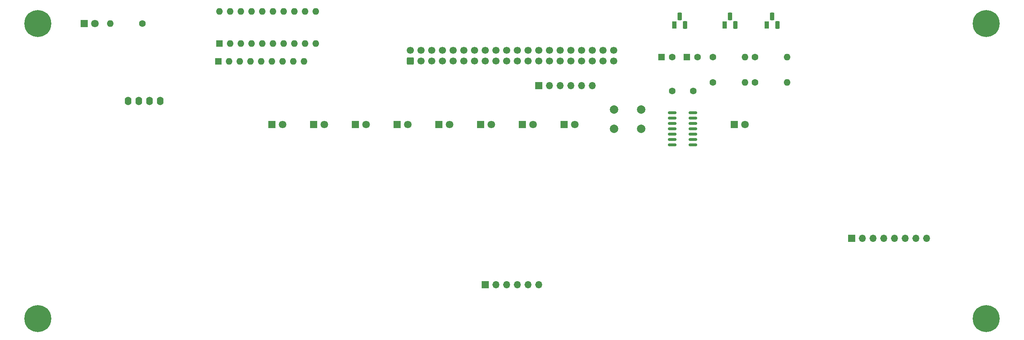
<source format=gbr>
%TF.GenerationSoftware,KiCad,Pcbnew,(6.0.11)*%
%TF.CreationDate,2023-11-10T06:43:16-05:00*%
%TF.ProjectId,front-panel.processor,66726f6e-742d-4706-916e-656c2e70726f,rev?*%
%TF.SameCoordinates,Original*%
%TF.FileFunction,Soldermask,Top*%
%TF.FilePolarity,Negative*%
%FSLAX46Y46*%
G04 Gerber Fmt 4.6, Leading zero omitted, Abs format (unit mm)*
G04 Created by KiCad (PCBNEW (6.0.11)) date 2023-11-10 06:43:16*
%MOMM*%
%LPD*%
G01*
G04 APERTURE LIST*
G04 Aperture macros list*
%AMRoundRect*
0 Rectangle with rounded corners*
0 $1 Rounding radius*
0 $2 $3 $4 $5 $6 $7 $8 $9 X,Y pos of 4 corners*
0 Add a 4 corners polygon primitive as box body*
4,1,4,$2,$3,$4,$5,$6,$7,$8,$9,$2,$3,0*
0 Add four circle primitives for the rounded corners*
1,1,$1+$1,$2,$3*
1,1,$1+$1,$4,$5*
1,1,$1+$1,$6,$7*
1,1,$1+$1,$8,$9*
0 Add four rect primitives between the rounded corners*
20,1,$1+$1,$2,$3,$4,$5,0*
20,1,$1+$1,$4,$5,$6,$7,0*
20,1,$1+$1,$6,$7,$8,$9,0*
20,1,$1+$1,$8,$9,$2,$3,0*%
G04 Aperture macros list end*
%ADD10RoundRect,0.250000X0.600000X-0.600000X0.600000X0.600000X-0.600000X0.600000X-0.600000X-0.600000X0*%
%ADD11C,1.700000*%
%ADD12R,1.700000X1.700000*%
%ADD13O,1.700000X1.700000*%
%ADD14C,6.400000*%
%ADD15R,1.800000X1.800000*%
%ADD16C,1.800000*%
%ADD17C,1.600000*%
%ADD18O,1.600000X1.600000*%
%ADD19C,2.000000*%
%ADD20R,1.600000X1.600000*%
%ADD21R,1.100000X1.800000*%
%ADD22RoundRect,0.275000X-0.275000X-0.625000X0.275000X-0.625000X0.275000X0.625000X-0.275000X0.625000X0*%
%ADD23O,1.600000X2.000000*%
%ADD24RoundRect,0.150000X-0.825000X-0.150000X0.825000X-0.150000X0.825000X0.150000X-0.825000X0.150000X0*%
G04 APERTURE END LIST*
D10*
%TO.C,J1*%
X128370000Y-163947500D03*
D11*
X128370000Y-161407500D03*
X130910000Y-163947500D03*
X130910000Y-161407500D03*
X133450000Y-163947500D03*
X133450000Y-161407500D03*
X135990000Y-163947500D03*
X135990000Y-161407500D03*
X138530000Y-163947500D03*
X138530000Y-161407500D03*
X141070000Y-163947500D03*
X141070000Y-161407500D03*
X143610000Y-163947500D03*
X143610000Y-161407500D03*
X146150000Y-163947500D03*
X146150000Y-161407500D03*
X148690000Y-163947500D03*
X148690000Y-161407500D03*
X151230000Y-163947500D03*
X151230000Y-161407500D03*
X153770000Y-163947500D03*
X153770000Y-161407500D03*
X156310000Y-163947500D03*
X156310000Y-161407500D03*
X158850000Y-163947500D03*
X158850000Y-161407500D03*
X161390000Y-163947500D03*
X161390000Y-161407500D03*
X163930000Y-163947500D03*
X163930000Y-161407500D03*
X166470000Y-163947500D03*
X166470000Y-161407500D03*
X169010000Y-163947500D03*
X169010000Y-161407500D03*
X171550000Y-163947500D03*
X171550000Y-161407500D03*
X174090000Y-163947500D03*
X174090000Y-161407500D03*
X176630000Y-163947500D03*
X176630000Y-161407500D03*
%TD*%
D12*
%TO.C,J2*%
X146150000Y-217000000D03*
D13*
X148690000Y-217000000D03*
X151230000Y-217000000D03*
X153770000Y-217000000D03*
X156310000Y-217000000D03*
X158850000Y-217000000D03*
%TD*%
D14*
%TO.C,H1*%
X40000000Y-155000000D03*
%TD*%
%TO.C,H2*%
X265000000Y-155000000D03*
%TD*%
%TO.C,H3*%
X265000000Y-225000000D03*
%TD*%
%TO.C,H4*%
X40000000Y-225000000D03*
%TD*%
D15*
%TO.C,D5*%
X51000000Y-155000000D03*
D16*
X53540000Y-155000000D03*
%TD*%
D17*
%TO.C,R6*%
X64810000Y-155000000D03*
D18*
X57190000Y-155000000D03*
%TD*%
D17*
%TO.C,R3*%
X200190000Y-169000000D03*
D18*
X207810000Y-169000000D03*
%TD*%
D15*
%TO.C,D4*%
X135171000Y-179000000D03*
D16*
X137711000Y-179000000D03*
%TD*%
D19*
%TO.C,SW9*%
X176690000Y-175460000D03*
X183190000Y-175460000D03*
X176690000Y-179960000D03*
X183190000Y-179960000D03*
%TD*%
D17*
%TO.C,R4*%
X210190000Y-169000000D03*
D18*
X217810000Y-169000000D03*
%TD*%
D15*
%TO.C,D6*%
X125265100Y-179000000D03*
D16*
X127805100Y-179000000D03*
%TD*%
D15*
%TO.C,D3*%
X145076900Y-179002300D03*
D16*
X147616900Y-179002300D03*
%TD*%
D20*
%TO.C,U1*%
X83075000Y-159800000D03*
D18*
X85615000Y-159800000D03*
X88155000Y-159800000D03*
X90695000Y-159800000D03*
X93235000Y-159800000D03*
X95775000Y-159800000D03*
X98315000Y-159800000D03*
X100855000Y-159800000D03*
X103395000Y-159800000D03*
X105935000Y-159800000D03*
X105935000Y-152180000D03*
X103395000Y-152180000D03*
X100855000Y-152180000D03*
X98315000Y-152180000D03*
X95775000Y-152180000D03*
X93235000Y-152180000D03*
X90695000Y-152180000D03*
X88155000Y-152180000D03*
X85615000Y-152180000D03*
X83075000Y-152180000D03*
%TD*%
D21*
%TO.C,Q2*%
X213000000Y-155400000D03*
D22*
X214270000Y-153330000D03*
X215540000Y-155400000D03*
%TD*%
D21*
%TO.C,Q1*%
X203000000Y-155400000D03*
D22*
X204270000Y-153330000D03*
X205540000Y-155400000D03*
%TD*%
D12*
%TO.C,J3*%
X233125000Y-206000000D03*
D13*
X235665000Y-206000000D03*
X238205000Y-206000000D03*
X240745000Y-206000000D03*
X243285000Y-206000000D03*
X245825000Y-206000000D03*
X248365000Y-206000000D03*
X250905000Y-206000000D03*
%TD*%
D15*
%TO.C,D2*%
X154982800Y-179001800D03*
D16*
X157522800Y-179001800D03*
%TD*%
D17*
%TO.C,C5*%
X190500000Y-171000000D03*
X195500000Y-171000000D03*
%TD*%
D20*
%TO.C,C3*%
X194000000Y-163000000D03*
D17*
X196500000Y-163000000D03*
%TD*%
D20*
%TO.C,C4*%
X188000000Y-163000000D03*
D17*
X190500000Y-163000000D03*
%TD*%
D15*
%TO.C,D7*%
X115359300Y-179001800D03*
D16*
X117899300Y-179001800D03*
%TD*%
D12*
%TO.C,J4*%
X158900000Y-169750000D03*
D13*
X161440000Y-169750000D03*
X163980000Y-169750000D03*
X166520000Y-169750000D03*
X169060000Y-169750000D03*
X171600000Y-169750000D03*
%TD*%
D17*
%TO.C,R1*%
X210190000Y-163000000D03*
D18*
X217810000Y-163000000D03*
%TD*%
D20*
%TO.C,RN1*%
X82825000Y-164000000D03*
D18*
X85365000Y-164000000D03*
X87905000Y-164000000D03*
X90445000Y-164000000D03*
X92985000Y-164000000D03*
X95525000Y-164000000D03*
X98065000Y-164000000D03*
X100605000Y-164000000D03*
X103145000Y-164000000D03*
%TD*%
D15*
%TO.C,D8*%
X105453400Y-179000000D03*
D16*
X107993400Y-179000000D03*
%TD*%
D15*
%TO.C,D1*%
X164888600Y-179000000D03*
D16*
X167428600Y-179000000D03*
%TD*%
D15*
%TO.C,D10*%
X205270000Y-179000000D03*
D16*
X207810000Y-179000000D03*
%TD*%
D15*
%TO.C,D9*%
X95547500Y-179000000D03*
D16*
X98087500Y-179000000D03*
%TD*%
D23*
%TO.C,Brd1*%
X61380000Y-173400000D03*
X63920000Y-173400000D03*
X66460000Y-173400000D03*
X69000000Y-173400000D03*
%TD*%
D24*
%TO.C,U4*%
X190525000Y-176190000D03*
X190525000Y-177460000D03*
X190525000Y-178730000D03*
X190525000Y-180000000D03*
X190525000Y-181270000D03*
X190525000Y-182540000D03*
X190525000Y-183810000D03*
X195475000Y-183810000D03*
X195475000Y-182540000D03*
X195475000Y-181270000D03*
X195475000Y-180000000D03*
X195475000Y-178730000D03*
X195475000Y-177460000D03*
X195475000Y-176190000D03*
%TD*%
D17*
%TO.C,R2*%
X200190000Y-163000000D03*
D18*
X207810000Y-163000000D03*
%TD*%
D21*
%TO.C,U3*%
X191000000Y-155400000D03*
D22*
X192270000Y-153330000D03*
X193540000Y-155400000D03*
%TD*%
M02*

</source>
